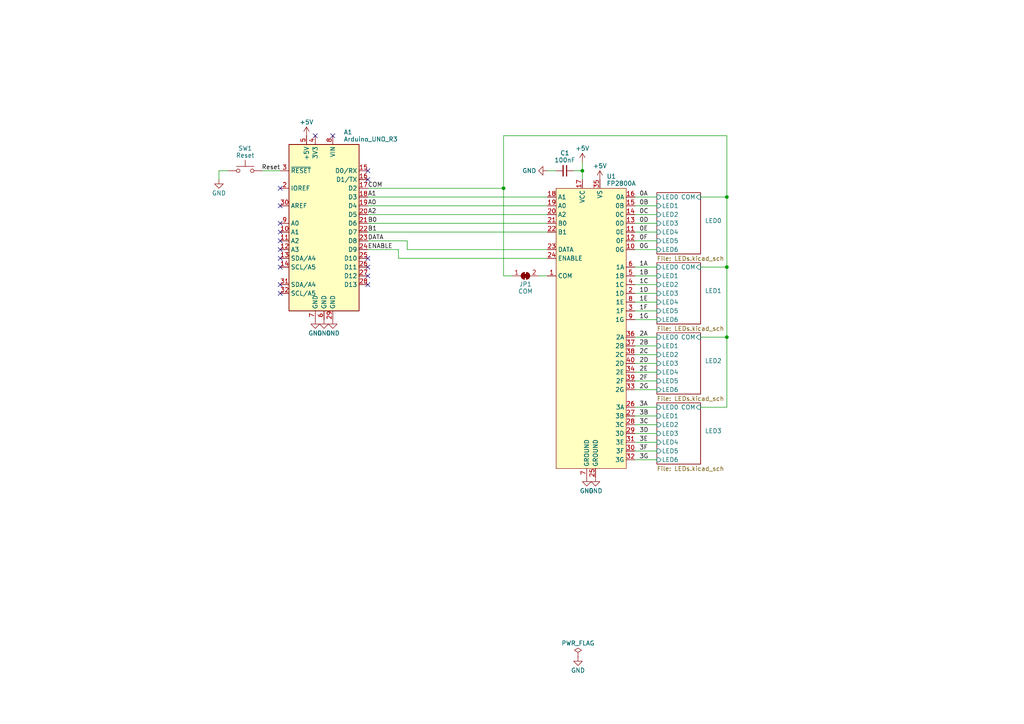
<source format=kicad_sch>
(kicad_sch (version 20230121) (generator eeschema)
  (paper "A4")
  (title_block (title "FP2800A-Tester") (date "${DATE}") (rev "${VERSION}"))
  (lib_symbols
    (symbol "Device:C_Small" (pin_numbers hide) (pin_names (offset 0.254) hide)
      (property "Reference" "C" (at 0.254 1.778 0))
      (property "Value" "C_Small" (at 0.254 -2.032 0))
      (symbol "C_Small_0_1"
        (polyline (pts (xy -1.524 -0.508) (xy 1.524 -0.508)) (stroke (width 0.3302)))
        (polyline (pts (xy -1.524 0.508) (xy 1.524 0.508)) (stroke (width 0.3048)))
      )
      (symbol "C_Small_1_1"
        (pin passive line (at 0 2.54 270) (length 2.032) (name "~") (number "1"))
        (pin passive line (at 0 -2.54 90) (length 2.032) (name "~") (number "2"))
      )
    )
    (symbol "Jumper:SolderJumper_2_Bridged" (pin_names (offset 0) hide)
      (property "Reference" "JP" (at 0 2.032 0))
      (property "Value" "SolderJumper_2_Bridged" (at 0 -2.54 0))
      (symbol "SolderJumper_2_Bridged_0_1"
        (rectangle (start -0.508 0.508) (end 0.508 -0.508) (fill (type outline)))
        (arc (start -0.254 1.016) (mid -1.2656 0) (end -0.254 -1.016))
        (arc (start -0.254 1.016) (mid -1.2656 0) (end -0.254 -1.016) (fill (type outline)))
        (polyline (pts (xy -0.254 1.016) (xy -0.254 -1.016)))
        (polyline (pts (xy 0.254 1.016) (xy 0.254 -1.016)))
        (arc (start 0.254 -1.016) (mid 1.2656 0) (end 0.254 1.016))
        (arc (start 0.254 -1.016) (mid 1.2656 0) (end 0.254 1.016) (fill (type outline)))
      )
      (symbol "SolderJumper_2_Bridged_1_1"
        (pin passive line (at -3.81 0 0) (length 2.54) (name "A") (number "1"))
        (pin passive line (at 3.81 0 180) (length 2.54) (name "B") (number "2"))
      )
    )
    (symbol "MCU_Module:Arduino_UNO_R3"
      (property "Reference" "A" (at -10.16 23.495 0))
      (property "Value" "Arduino_UNO_R3" (at 5.08 -26.67 0))
      (symbol "Arduino_UNO_R3_0_1"
        (rectangle (start -10.16 22.86) (end 10.16 -25.4) (stroke (width 0.254)) (fill (type background)))
      )
      (symbol "Arduino_UNO_R3_1_1"
        (pin no_connect line (at -10.16 -20.32 0) (length 2.54) hide (name "NC") (number "1"))
        (pin bidirectional line (at 12.7 -2.54 180) (length 2.54) (name "A1") (number "10"))
        (pin bidirectional line (at 12.7 -5.08 180) (length 2.54) (name "A2") (number "11"))
        (pin bidirectional line (at 12.7 -7.62 180) (length 2.54) (name "A3") (number "12"))
        (pin bidirectional line (at 12.7 -10.16 180) (length 2.54) (name "SDA/A4") (number "13"))
        (pin bidirectional line (at 12.7 -12.7 180) (length 2.54) (name "SCL/A5") (number "14"))
        (pin bidirectional line (at -12.7 15.24 0) (length 2.54) (name "D0/RX") (number "15"))
        (pin bidirectional line (at -12.7 12.7 0) (length 2.54) (name "D1/TX") (number "16"))
        (pin bidirectional line (at -12.7 10.16 0) (length 2.54) (name "D2") (number "17"))
        (pin bidirectional line (at -12.7 7.62 0) (length 2.54) (name "D3") (number "18"))
        (pin bidirectional line (at -12.7 5.08 0) (length 2.54) (name "D4") (number "19"))
        (pin output line (at 12.7 10.16 180) (length 2.54) (name "IOREF") (number "2"))
        (pin bidirectional line (at -12.7 2.54 0) (length 2.54) (name "D5") (number "20"))
        (pin bidirectional line (at -12.7 0 0) (length 2.54) (name "D6") (number "21"))
        (pin bidirectional line (at -12.7 -2.54 0) (length 2.54) (name "D7") (number "22"))
        (pin bidirectional line (at -12.7 -5.08 0) (length 2.54) (name "D8") (number "23"))
        (pin bidirectional line (at -12.7 -7.62 0) (length 2.54) (name "D9") (number "24"))
        (pin bidirectional line (at -12.7 -10.16 0) (length 2.54) (name "D10") (number "25"))
        (pin bidirectional line (at -12.7 -12.7 0) (length 2.54) (name "D11") (number "26"))
        (pin bidirectional line (at -12.7 -15.24 0) (length 2.54) (name "D12") (number "27"))
        (pin bidirectional line (at -12.7 -17.78 0) (length 2.54) (name "D13") (number "28"))
        (pin power_in line (at -2.54 -27.94 90) (length 2.54) (name "GND") (number "29"))
        (pin input line (at 12.7 15.24 180) (length 2.54) (name "~{RESET}") (number "3"))
        (pin input line (at 12.7 5.08 180) (length 2.54) (name "AREF") (number "30"))
        (pin bidirectional line (at 12.7 -17.78 180) (length 2.54) (name "SDA/A4") (number "31"))
        (pin bidirectional line (at 12.7 -20.32 180) (length 2.54) (name "SCL/A5") (number "32"))
        (pin power_out line (at 2.54 25.4 270) (length 2.54) (name "3V3") (number "4"))
        (pin power_out line (at 5.08 25.4 270) (length 2.54) (name "+5V") (number "5"))
        (pin power_in line (at 0 -27.94 90) (length 2.54) (name "GND") (number "6"))
        (pin power_in line (at 2.54 -27.94 90) (length 2.54) (name "GND") (number "7"))
        (pin power_in line (at -2.54 25.4 270) (length 2.54) (name "VIN") (number "8"))
        (pin bidirectional line (at 12.7 0 180) (length 2.54) (name "A0") (number "9"))
      )
    )
    (symbol "My_Symbols:FP2800A"
      (property "Reference" "U" (at 0 0 0))
      (property "Value" "FP2800A" (at 0 0 0))
      (symbol "FP2800A_1_1"
        (rectangle (start -10.16 -5.08) (end 10.16 -86.36) (fill (type background)))
        (pin output line (at -12.7 -30.48 0) (length 2.54) (name "COM") (number "1"))
        (pin output line (at 12.7 -22.86 180) (length 2.54) (name "0G") (number "10"))
        (pin output line (at 12.7 -17.78 180) (length 2.54) (name "0E") (number "11"))
        (pin output line (at 12.7 -20.32 180) (length 2.54) (name "0F") (number "12"))
        (pin output line (at 12.7 -15.24 180) (length 2.54) (name "0D") (number "13"))
        (pin output line (at 12.7 -12.7 180) (length 2.54) (name "0C") (number "14"))
        (pin output line (at 12.7 -10.16 180) (length 2.54) (name "0B") (number "15"))
        (pin output line (at 12.7 -7.62 180) (length 2.54) (name "0A") (number "16"))
        (pin power_in line (at -2.54 -2.54 270) (length 2.54) (name "VCC") (number "17"))
        (pin input line (at -12.7 -7.62 0) (length 2.54) (name "A1") (number "18"))
        (pin input line (at -12.7 -10.16 0) (length 2.54) (name "A0") (number "19"))
        (pin output line (at 12.7 -35.56 180) (length 2.54) (name "1D") (number "2"))
        (pin input line (at -12.7 -12.7 0) (length 2.54) (name "A2") (number "20"))
        (pin input line (at -12.7 -15.24 0) (length 2.54) (name "B0") (number "21"))
        (pin input line (at -12.7 -17.78 0) (length 2.54) (name "B1") (number "22"))
        (pin input line (at -12.7 -22.86 0) (length 2.54) (name "DATA") (number "23"))
        (pin input line (at -12.7 -25.4 0) (length 2.54) (name "ENABLE") (number "24"))
        (pin power_in line (at 1.27 -88.9 90) (length 2.54) (name "GROUND") (number "25"))
        (pin output line (at 12.7 -68.58 180) (length 2.54) (name "3A") (number "26"))
        (pin output line (at 12.7 -71.12 180) (length 2.54) (name "3B") (number "27"))
        (pin output line (at 12.7 -73.66 180) (length 2.54) (name "3C") (number "28"))
        (pin output line (at 12.7 -76.2 180) (length 2.54) (name "3D") (number "29"))
        (pin output line (at 12.7 -40.64 180) (length 2.54) (name "1F") (number "3"))
        (pin output line (at 12.7 -81.28 180) (length 2.54) (name "3F") (number "30"))
        (pin output line (at 12.7 -78.74 180) (length 2.54) (name "3E") (number "31"))
        (pin output line (at 12.7 -83.82 180) (length 2.54) (name "3G") (number "32"))
        (pin output line (at 12.7 -63.5 180) (length 2.54) (name "2G") (number "33"))
        (pin output line (at 12.7 -58.42 180) (length 2.54) (name "2E") (number "34"))
        (pin input line (at 2.54 -2.54 270) (length 2.54) (name "VS") (number "35"))
        (pin output line (at 12.7 -48.26 180) (length 2.54) (name "2A") (number "36"))
        (pin output line (at 12.7 -50.8 180) (length 2.54) (name "2B") (number "37"))
        (pin output line (at 12.7 -53.34 180) (length 2.54) (name "2C") (number "38"))
        (pin output line (at 12.7 -60.96 180) (length 2.54) (name "2F") (number "39"))
        (pin output line (at 12.7 -33.02 180) (length 2.54) (name "1C") (number "4"))
        (pin output line (at 12.7 -55.88 180) (length 2.54) (name "2D") (number "40"))
        (pin output line (at 12.7 -30.48 180) (length 2.54) (name "1B") (number "5"))
        (pin output line (at 12.7 -27.94 180) (length 2.54) (name "1A") (number "6"))
        (pin power_in line (at -1.27 -88.9 90) (length 2.54) (name "GROUND") (number "7"))
        (pin output line (at 12.7 -38.1 180) (length 2.54) (name "1E") (number "8"))
        (pin output line (at 12.7 -43.18 180) (length 2.54) (name "1G") (number "9"))
      )
    )
    (symbol "Switch:SW_Push" (pin_numbers hide) (pin_names (offset 1.016) hide)
      (property "Reference" "SW" (at 1.27 2.54 0))
      (property "Value" "SW_Push" (at 0 -1.524 0))
      (symbol "SW_Push_0_1"
        (circle (center -2.032 0) (radius 0.508))
        (polyline (pts (xy 0 1.27) (xy 0 3.048)))
        (polyline (pts (xy 2.54 1.27) (xy -2.54 1.27)))
        (circle (center 2.032 0) (radius 0.508))
        (pin passive line (at -5.08 0 0) (length 2.54) (name "1") (number "1"))
        (pin passive line (at 5.08 0 180) (length 2.54) (name "2") (number "2"))
      )
    )
    (symbol "power:+5V" (power) (pin_names (offset 0))
      (property "Value" "+5V" (at 0 3.556 0))
      (symbol "+5V_0_1"
        (polyline (pts (xy -0.762 1.27) (xy 0 2.54)))
        (polyline (pts (xy 0 0) (xy 0 2.54)))
        (polyline (pts (xy 0 2.54) (xy 0.762 1.27)))
      )
      (symbol "+5V_1_1"
        (pin power_in line (at 0 0 90) (length 0) hide (name "+5V") (number "1"))
      )
    )
    (symbol "power:GND" (power) (pin_names (offset 0))
      (property "Value" "GND" (at 0 -3.81 0))
      (symbol "GND_0_1"
        (polyline (pts (xy 0 0) (xy 0 -1.27) (xy 1.27 -1.27) (xy 0 -2.54) (xy -1.27 -1.27) (xy 0 -1.27)))
      )
      (symbol "GND_1_1"
        (pin power_in line (at 0 0 270) (length 0) hide (name "GND") (number "1"))
      )
    )
    (symbol "power:PWR_FLAG" (power) (pin_numbers hide) (pin_names (offset 0) hide)
      (property "Value" "PWR_FLAG" (at 0 3.81 0))
      (symbol "PWR_FLAG_0_0"
        (pin power_out line (at 0 0 90) (length 0) (name "pwr") (number "1"))
      )
      (symbol "PWR_FLAG_0_1"
        (polyline (pts (xy 0 0) (xy 0 1.27) (xy -1.016 1.905) (xy 0 2.54) (xy 1.016 1.905) (xy 0 1.27)))
      )
    )
  )
  (junction (at 210.82 97.79))
  (junction (at 146.05 54.61))
  (junction (at 210.82 57.15))
  (junction (at 210.82 77.47))
  (junction (at 168.91 49.53))
  (no_connect (at 96.52 39.37))
  (no_connect (at 106.68 82.55))
  (no_connect (at 106.68 74.93))
  (no_connect (at 106.68 77.47))
  (no_connect (at 81.28 77.47))
  (no_connect (at 81.28 82.55))
  (no_connect (at 81.28 64.77))
  (no_connect (at 81.28 59.69))
  (no_connect (at 91.44 39.37))
  (no_connect (at 81.28 85.09))
  (no_connect (at 106.68 80.01))
  (no_connect (at 81.28 72.39))
  (no_connect (at 81.28 67.31))
  (no_connect (at 106.68 49.53))
  (no_connect (at 81.28 69.85))
  (no_connect (at 81.28 74.93))
  (no_connect (at 81.28 54.61))
  (no_connect (at 106.68 52.07))
  (wire (pts (xy 203.2 57.15) (xy 210.82 57.15)))
  (wire (pts (xy 106.68 67.31) (xy 158.75 67.31)))
  (wire (pts (xy 210.82 57.15) (xy 210.82 77.47)))
  (wire (pts (xy 158.75 72.39) (xy 118.11 72.39)))
  (wire (pts (xy 184.15 59.69) (xy 190.5 59.69)))
  (wire (pts (xy 184.15 107.95) (xy 190.5 107.95)))
  (wire (pts (xy 203.2 118.11) (xy 210.82 118.11)))
  (wire (pts (xy 184.15 77.47) (xy 190.5 77.47)))
  (wire (pts (xy 203.2 77.47) (xy 210.82 77.47)))
  (wire (pts (xy 63.5 52.07) (xy 63.5 49.53)))
  (wire (pts (xy 76.2 49.53) (xy 81.28 49.53)))
  (wire (pts (xy 184.15 130.81) (xy 190.5 130.81)))
  (wire (pts (xy 106.68 54.61) (xy 146.05 54.61)))
  (wire (pts (xy 184.15 57.15) (xy 190.5 57.15)))
  (wire (pts (xy 115.57 74.93) (xy 115.57 72.39)))
  (wire (pts (xy 118.11 72.39) (xy 118.11 69.85)))
  (wire (pts (xy 184.15 67.31) (xy 190.5 67.31)))
  (wire (pts (xy 184.15 87.63) (xy 190.5 87.63)))
  (wire (pts (xy 168.91 49.53) (xy 168.91 52.07)))
  (wire (pts (xy 63.5 49.53) (xy 66.04 49.53)))
  (wire (pts (xy 118.11 69.85) (xy 106.68 69.85)))
  (wire (pts (xy 184.15 105.41) (xy 190.5 105.41)))
  (wire (pts (xy 184.15 102.87) (xy 190.5 102.87)))
  (wire (pts (xy 158.75 49.53) (xy 161.29 49.53)))
  (wire (pts (xy 184.15 133.35) (xy 190.5 133.35)))
  (wire (pts (xy 210.82 39.37) (xy 146.05 39.37)))
  (wire (pts (xy 166.37 49.53) (xy 168.91 49.53)))
  (wire (pts (xy 184.15 82.55) (xy 190.5 82.55)))
  (wire (pts (xy 106.68 59.69) (xy 158.75 59.69)))
  (wire (pts (xy 184.15 90.17) (xy 190.5 90.17)))
  (wire (pts (xy 184.15 123.19) (xy 190.5 123.19)))
  (wire (pts (xy 106.68 64.77) (xy 158.75 64.77)))
  (wire (pts (xy 156.21 80.01) (xy 158.75 80.01)))
  (wire (pts (xy 184.15 113.03) (xy 190.5 113.03)))
  (wire (pts (xy 146.05 80.01) (xy 146.05 54.61)))
  (wire (pts (xy 184.15 125.73) (xy 190.5 125.73)))
  (wire (pts (xy 184.15 120.65) (xy 190.5 120.65)))
  (wire (pts (xy 146.05 80.01) (xy 148.59 80.01)))
  (wire (pts (xy 210.82 57.15) (xy 210.82 39.37)))
  (wire (pts (xy 184.15 97.79) (xy 190.5 97.79)))
  (wire (pts (xy 184.15 62.23) (xy 190.5 62.23)))
  (wire (pts (xy 106.68 62.23) (xy 158.75 62.23)))
  (wire (pts (xy 158.75 74.93) (xy 115.57 74.93)))
  (wire (pts (xy 184.15 85.09) (xy 190.5 85.09)))
  (wire (pts (xy 115.57 72.39) (xy 106.68 72.39)))
  (wire (pts (xy 184.15 118.11) (xy 190.5 118.11)))
  (wire (pts (xy 184.15 69.85) (xy 190.5 69.85)))
  (wire (pts (xy 106.68 57.15) (xy 158.75 57.15)))
  (wire (pts (xy 210.82 77.47) (xy 210.82 97.79)))
  (wire (pts (xy 184.15 64.77) (xy 190.5 64.77)))
  (wire (pts (xy 184.15 128.27) (xy 190.5 128.27)))
  (wire (pts (xy 184.15 80.01) (xy 190.5 80.01)))
  (wire (pts (xy 210.82 97.79) (xy 210.82 118.11)))
  (wire (pts (xy 184.15 100.33) (xy 190.5 100.33)))
  (wire (pts (xy 168.91 46.99) (xy 168.91 49.53)))
  (wire (pts (xy 146.05 39.37) (xy 146.05 54.61)))
  (wire (pts (xy 184.15 92.71) (xy 190.5 92.71)))
  (wire (pts (xy 184.15 110.49) (xy 190.5 110.49)))
  (wire (pts (xy 184.15 72.39) (xy 190.5 72.39)))
  (wire (pts (xy 203.2 97.79) (xy 210.82 97.79)))
  (label "ENABLE" (at 106.68 72.39 0))
  (label "3D" (at 185.42 125.73 0))
  (label "2C" (at 185.42 102.87 0))
  (label "0B" (at 185.42 59.69 0))
  (label "2A" (at 185.42 97.79 0))
  (label "1C" (at 185.42 82.55 0))
  (label "2E" (at 185.42 107.95 0))
  (label "DATA" (at 106.68 69.85 0))
  (label "3C" (at 185.42 123.19 0))
  (label "B0" (at 106.68 64.77 0))
  (label "3G" (at 185.42 133.35 0))
  (label "1F" (at 185.42 90.17 0))
  (label "3B" (at 185.42 120.65 0))
  (label "1D" (at 185.42 85.09 0))
  (label "0F" (at 185.42 69.85 0))
  (label "2D" (at 185.42 105.41 0))
  (label "1E" (at 185.42 87.63 0))
  (label "3E" (at 185.42 128.27 0))
  (label "1B" (at 185.42 80.01 0))
  (label "2B" (at 185.42 100.33 0))
  (label "B1" (at 106.68 67.31 0))
  (label "A1" (at 106.68 57.15 0))
  (label "0C" (at 185.42 62.23 0))
  (label "A0" (at 106.68 59.69 0))
  (label "2G" (at 185.42 113.03 0))
  (label "1G" (at 185.42 92.71 0))
  (label "0E" (at 185.42 67.31 0))
  (label "2F" (at 185.42 110.49 0))
  (label "3F" (at 185.42 130.81 0))
  (label "0G" (at 185.42 72.39 0))
  (label "Reset" (at 81.28 49.53 180))
  (label "A2" (at 106.68 62.23 0))
  (label "3A" (at 185.42 118.11 0))
  (label "1A" (at 185.42 77.47 0))
  (label "0D" (at 185.42 64.77 0))
  (label "COM" (at 106.68 54.61 0))
  (label "0A" (at 185.42 57.15 0))
  (symbol (lib_id "MCU_Module:Arduino_UNO_R3") (at 93.98 64.77 0) (mirror y) (unit 1)
    (property "Reference" "A1" (at 99.6697 38.33 0) (effects (justify right)))
    (property "Value" "Arduino_UNO_R3" (at 99.6697 40.378 0) (effects (justify right)))
    (property "Footprint" "Module:Arduino_UNO_R3" (effects hide))
    (property "Datasheet" "https://www.arduino.cc/en/Main/arduinoBoardUno" (effects hide))
  )
  (symbol (lib_id "power:GND") (at 91.44 92.71 0) (unit 1)
    (property "Reference" "#PWR05" (effects hide))
    (property "Value" "GND" (at 91.44 96.655 0))
  )
  (symbol (lib_id "power:GND") (at 170.18 138.43 0) (unit 1)
    (property "Reference" "#PWR09" (effects hide))
    (property "Value" "GND" (at 170.18 142.375 0))
  )
  (symbol (lib_id "power:+5V") (at 88.9 39.37 0) (unit 1)
    (property "Reference" "#PWR01" (effects hide))
    (property "Value" "+5V" (at 88.9 35.425 0))
  )
  (symbol (lib_id "Switch:SW_Push") (at 71.12 49.53 0) (unit 1)
    (property "Reference" "SW1" (at 71.12 43.029 0))
    (property "Value" "Reset" (at 71.12 45.077 0))
    (property "Footprint" "Button_Switch_THT:SW_PUSH_6mm" (effects hide))
  )
  (symbol (lib_id "Device:C_Small") (at 163.83 49.53 270) (unit 1)
    (property "Reference" "C1" (at 163.8236 44.3879 90))
    (property "Value" "100nF" (at 163.8236 46.4359 90))
    (property "Footprint" "Capacitor_SMD:C_0603_1608Metric" (effects hide))
    (property "LCSC" "C14663" (effects hide))
  )
  (symbol (lib_id "power:GND") (at 96.52 92.71 0) (unit 1)
    (property "Reference" "#PWR07" (effects hide))
    (property "Value" "GND" (at 96.52 96.655 0))
  )
  (symbol (lib_id "power:GND") (at 167.64 190.5 0) (unit 1)
    (property "Reference" "#PWR011" (effects hide))
    (property "Value" "GND" (at 167.64 194.445 0))
  )
  (symbol (lib_id "My_Symbols:FP2800A") (at 171.45 49.53 0) (unit 1)
    (property "Reference" "U1" (at 175.9459 51.157 0) (effects (justify left)))
    (property "Value" "FP2800A" (at 175.9459 53.205 0) (effects (justify left)))
    (property "Footprint" "Socket:DIP_Socket-40_W11.9_W12.7_W15.24_W17.78_W18.5_3M_240-1280-00-0602J" (effects hide))
    (property "Datasheet" "https://radow.org/doc/fp2800-datasheet.pdf" (effects hide))
  )
  (symbol (lib_id "power:+5V") (at 168.91 46.99 0) (unit 1)
    (property "Reference" "#PWR02" (effects hide))
    (property "Value" "+5V" (at 168.91 43.045 0))
  )
  (symbol (lib_id "power:GND") (at 63.5 52.07 0) (unit 1)
    (property "Reference" "#PWR08" (effects hide))
    (property "Value" "GND" (at 63.5 56.015 0))
  )
  (symbol (lib_id "power:GND") (at 158.75 49.53 270) (unit 1)
    (property "Reference" "#PWR03" (effects hide))
    (property "Value" "GND" (at 155.5751 49.53 90) (effects (justify right)))
  )
  (symbol (lib_id "power:PWR_FLAG") (at 167.64 190.5 0) (unit 1)
    (property "Reference" "#FLG01" (effects hide))
    (property "Value" "PWR_FLAG" (at 167.64 186.555 0))
  )
  (symbol (lib_id "power:GND") (at 172.72 138.43 0) (unit 1)
    (property "Reference" "#PWR010" (effects hide))
    (property "Value" "GND" (at 172.72 142.375 0))
  )
  (symbol (lib_id "power:GND") (at 93.98 92.71 0) (unit 1)
    (property "Reference" "#PWR06" (effects hide))
    (property "Value" "GND" (at 93.98 96.655 0))
  )
  (symbol (lib_id "power:+5V") (at 173.99 52.07 0) (unit 1)
    (property "Reference" "#PWR04" (effects hide))
    (property "Value" "+5V" (at 173.99 48.125 0))
  )
  (symbol (lib_id "Jumper:SolderJumper_2_Bridged") (at 152.4 80.01 0) (unit 1)
    (property "Reference" "JP1" (at 152.4 82.431 0))
    (property "Value" "COM" (at 152.4 84.479 0))
    (property "Footprint" "Jumper:SolderJumper-2_P1.3mm_Bridged_RoundedPad1.0x1.5mm" (effects hide))
  )
  (sheet (at 190.5 96.52) (size 12.7 17.78) (stroke (width 0.1524))
    (property "Sheetname" "LED2" (at 204.47 105.41 0) (effects (justify left bottom)))
    (property "Sheetfile" "LEDs.kicad_sch" (at 190.5 114.8846 0) (effects (justify left top)))
    (pin "LED5" input (at 190.5 110.49 180))
    (pin "LED6" input (at 190.5 113.03 180))
    (pin "LED0" input (at 190.5 97.79 180))
    (pin "LED1" input (at 190.5 100.33 180))
    (pin "COM" input (at 203.2 97.79 0))
    (pin "LED3" input (at 190.5 105.41 180))
    (pin "LED2" input (at 190.5 102.87 180))
    (pin "LED4" input (at 190.5 107.95 180))
  )
  (sheet (at 190.5 76.2) (size 12.7 17.78) (stroke (width 0.1524))
    (property "Sheetname" "LED1" (at 204.47 85.09 0) (effects (justify left bottom)))
    (property "Sheetfile" "LEDs.kicad_sch" (at 190.5 94.5646 0) (effects (justify left top)))
    (pin "LED5" input (at 190.5 90.17 180))
    (pin "LED6" input (at 190.5 92.71 180))
    (pin "LED0" input (at 190.5 77.47 180))
    (pin "LED1" input (at 190.5 80.01 180))
    (pin "COM" input (at 203.2 77.47 0))
    (pin "LED3" input (at 190.5 85.09 180))
    (pin "LED2" input (at 190.5 82.55 180))
    (pin "LED4" input (at 190.5 87.63 180))
  )
  (sheet (at 190.5 55.88) (size 12.7 17.78) (stroke (width 0.1524))
    (property "Sheetname" "LED0" (at 204.47 64.77 0) (effects (justify left bottom)))
    (property "Sheetfile" "LEDs.kicad_sch" (at 190.5 74.2446 0) (effects (justify left top)))
    (pin "LED5" input (at 190.5 69.85 180))
    (pin "LED6" input (at 190.5 72.39 180))
    (pin "LED0" input (at 190.5 57.15 180))
    (pin "LED1" input (at 190.5 59.69 180))
    (pin "COM" input (at 203.2 57.15 0))
    (pin "LED3" input (at 190.5 64.77 180))
    (pin "LED2" input (at 190.5 62.23 180))
    (pin "LED4" input (at 190.5 67.31 180))
  )
  (sheet (at 190.5 116.84) (size 12.7 17.78) (stroke (width 0.1524))
    (property "Sheetname" "LED3" (at 204.47 125.73 0) (effects (justify left bottom)))
    (property "Sheetfile" "LEDs.kicad_sch" (at 190.5 135.2046 0) (effects (justify left top)))
    (pin "LED5" input (at 190.5 130.81 180))
    (pin "LED6" input (at 190.5 133.35 180))
    (pin "LED0" input (at 190.5 118.11 180))
    (pin "LED1" input (at 190.5 120.65 180))
    (pin "COM" input (at 203.2 118.11 0))
    (pin "LED3" input (at 190.5 125.73 180))
    (pin "LED2" input (at 190.5 123.19 180))
    (pin "LED4" input (at 190.5 128.27 180))
  )
)
</source>
